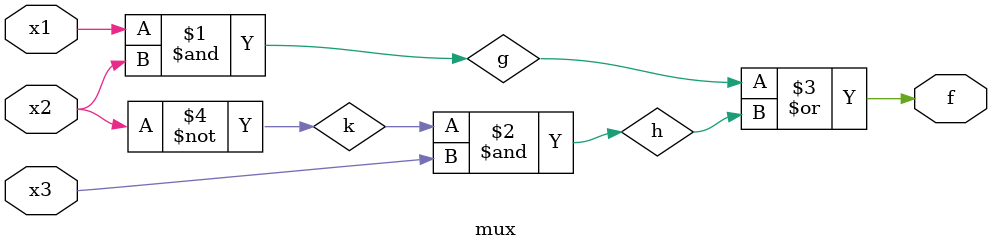
<source format=v>
`timescale 1ns / 1ps
module mux(x1, x2, x3, f);
input  x1, x2, x3;
output  f;

//reg f;

and(g, x1, x2);
not(k, x2);
and(h, k, x3);
or(f, g, h);

endmodule

</source>
